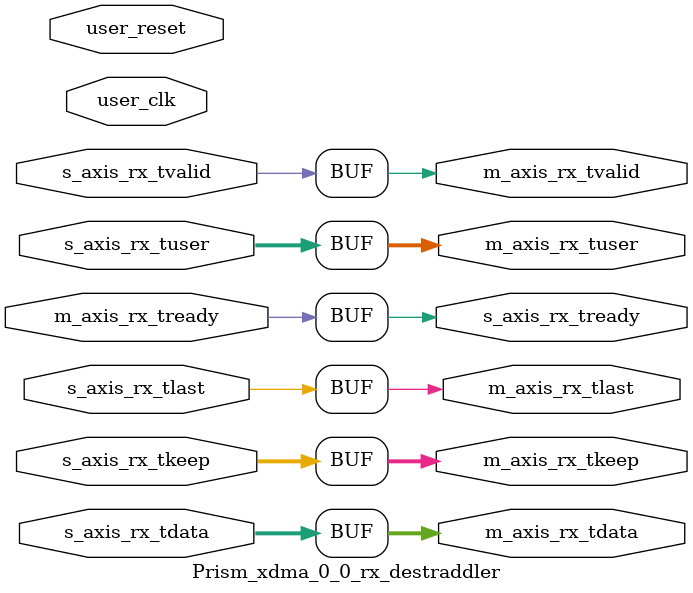
<source format=sv>


`timescale 1ps/1ps

module Prism_xdma_0_0_rx_destraddler #(
  parameter C_AXI_DATA_WIDTH = 64,                     // RX/TX interface data width
  parameter C_KEEP_WIDTH     = C_AXI_DATA_WIDTH/8,     // TKEEP width
  parameter TCQ              = 1                       // Clock to Q time

  ) (

  input                         user_clk,
  input                         user_reset,

  //-------------------------------------------------
  // AXI-S RX Interface from PCIe Hard Block
  //-------------------------------------------------
  input  [C_AXI_DATA_WIDTH-1:0] s_axis_rx_tdata,       // RX data
  input                         s_axis_rx_tvalid,      // RX data is valid
  output reg                    s_axis_rx_tready,      // RX ready for data
  input      [C_KEEP_WIDTH-1:0] s_axis_rx_tkeep,       // RX strobe byte enables
  input                         s_axis_rx_tlast,       // RX data is last
  input                  [21:0] s_axis_rx_tuser,       // RX user signals

  //-------------------------------------------------
  // AXI-S RX Interface to RX Demux
  //-------------------------------------------------
  output reg [C_AXI_DATA_WIDTH-1:0] m_axis_rx_tdata,       // RX data
  output reg                        m_axis_rx_tvalid,      // RX data is valid
  input                             m_axis_rx_tready,      // RX ready for data
  output reg    [C_KEEP_WIDTH-1:0]  m_axis_rx_tkeep,       // RX strobe byte enables
  output reg                        m_axis_rx_tlast,       // RX data is last
  output reg                [21:0]  m_axis_rx_tuser        // RX user signals

);

generate
if(C_AXI_DATA_WIDTH == 128) begin : data_width_128

  // Local parameters

  localparam NORMAL_PACKET    = 2'b00;
  localparam STRADDLED_PACKET = 2'b01;
  localparam THROTTLE_TLP     = 2'b10;

  // Wire and Register Declarations

  reg [1:0]  state;
  reg [63:0] prev_data_half;
  reg [7:0]  prev_keep_half;
  reg [21:0] prev_user_half;


  always @(posedge user_clk) begin

    if (user_reset) begin

      state <= #TCQ NORMAL_PACKET;

    end else begin

      if (m_axis_rx_tready) begin

        // Store higher DWs in case it's straddled packet
        prev_data_half <= #TCQ s_axis_rx_tdata[127:64];
        prev_keep_half <= #TCQ s_axis_rx_tkeep[15:8];
        prev_user_half <= #TCQ s_axis_rx_tuser;

        case (state)

        NORMAL_PACKET: begin

          if (s_axis_rx_tuser[14] && s_axis_rx_tuser[13]) begin // SOF && Start @ DW2/3

            state           <= #TCQ STRADDLED_PACKET;

          end

        end // NORMAL_PACKET

        STRADDLED_PACKET: begin

          if (s_axis_rx_tuser[21] && !s_axis_rx_tuser[14]) begin // EOF && !SOF

            if (s_axis_rx_tuser[20]) begin          // EOF @ DW2/3
              state           <= #TCQ THROTTLE_TLP;
            end else begin                          // EOF @ DW0/1
              state           <= #TCQ NORMAL_PACKET;
            end

          end // EOF && !SOF

          // Note for all possible conditions in this state:
          // else if EOF && SOF  : SOF can only start @ DW2/3, so EOF can only be @ DW0/1. Stay in this state
          // else if !EOF && SOF : Will never have SOF only in this state. Stay in this state
          // else if !EOF && !SOF: No change. Stay in this state

        end // STRADDLED_PACKET

        THROTTLE_TLP: begin

          state <= #TCQ NORMAL_PACKET;

        end // THROTTLE_TLP

        default: begin

          state <= #TCQ NORMAL_PACKET;

        end // default

        endcase

      end // s_axis_rx_tready
    end // reset
  end // always

  always @(*) begin

      case (state)

      NORMAL_PACKET: begin

        m_axis_rx_tdata  = s_axis_rx_tdata;
        m_axis_rx_tvalid = s_axis_rx_tvalid;
        s_axis_rx_tready = m_axis_rx_tready;
        m_axis_rx_tkeep  =   (s_axis_rx_tuser[20:19] == 2'b00) ? 16'h000F :
                           ( (s_axis_rx_tuser[20:19] == 2'b01) ? 16'h00FF :
                           ( (s_axis_rx_tuser[20:19] == 2'b10) ? 16'h0FFF :
                                                                 16'hFFFF ));

        m_axis_rx_tlast  = s_axis_rx_tuser[21];

        // If EOF or (EOF and SOF), zero out SOF field. If SOF, the EOF field is already zero in this state
        m_axis_rx_tuser  = s_axis_rx_tuser[21] ? ( {s_axis_rx_tuser[21:15], 5'b0, s_axis_rx_tuser[9:0]} ) :
                                                 ( s_axis_rx_tuser                                      ) ;

      end

      STRADDLED_PACKET: begin

        m_axis_rx_tdata  = {s_axis_rx_tdata[63:0], prev_data_half};
        m_axis_rx_tvalid = s_axis_rx_tvalid;
        s_axis_rx_tready = m_axis_rx_tready;

        m_axis_rx_tkeep  = { ((s_axis_rx_tuser[20:19] == 2'b00) ? 8'h0F : 8'hFF),
                             8'hFF
                           };

      //  m_axis_rx_tlast  = (s_axis_rx_tuser[21] && s_axis_rx_tuser[20]) ? 1'b0 : 1'b1;
         m_axis_rx_tlast  = s_axis_rx_tuser[20] ? 1'b0 : 1'b1;

        // If SOF seen previously, zero out EOF. If EOF or (EOF and SOF) currently, zero out SOF field.
        m_axis_rx_tuser  = prev_user_half[14] ? {5'b0, prev_user_half[16:0]} :
                                                ( s_axis_rx_tuser[21] ? ( {s_axis_rx_tuser[21:15], 5'b0, s_axis_rx_tuser[9:0]} ) :
                                                                        ( s_axis_rx_tuser                                      )
                                                );

      end

      THROTTLE_TLP: begin

        m_axis_rx_tdata  = {64'h0, prev_data_half};
        m_axis_rx_tvalid = 1'b1;
        s_axis_rx_tready = 1'b0;

        m_axis_rx_tkeep  = { 8'h0, 
                             ((prev_user_half[20:19] == 2'b10) ? 8'h0F : 8'hFF)
                           };

        m_axis_rx_tlast  = 1'b1;
        m_axis_rx_tuser  = {prev_user_half[21:15], 5'b0, prev_user_half[9:0]}; // Zero out SOF field

      end

      default: begin

        m_axis_rx_tdata  = s_axis_rx_tdata;
        m_axis_rx_tvalid = s_axis_rx_tvalid;
        s_axis_rx_tready = m_axis_rx_tready;
        m_axis_rx_tkeep  = s_axis_rx_tkeep;
        m_axis_rx_tlast  = s_axis_rx_tuser[21];
        m_axis_rx_tuser  = s_axis_rx_tuser;

      end

      endcase

  end // always

end // data_width_128
else begin: data_width_64

  // No straddling in 64-bit mode. Pass through all signals as is
  always @(*) begin

    m_axis_rx_tdata  = s_axis_rx_tdata;
    m_axis_rx_tvalid = s_axis_rx_tvalid;
    s_axis_rx_tready = m_axis_rx_tready;
    m_axis_rx_tkeep  = s_axis_rx_tkeep;
    m_axis_rx_tlast  = s_axis_rx_tlast;
    m_axis_rx_tuser  = s_axis_rx_tuser;

  end // always

end // data_width_64
endgenerate

endmodule

</source>
